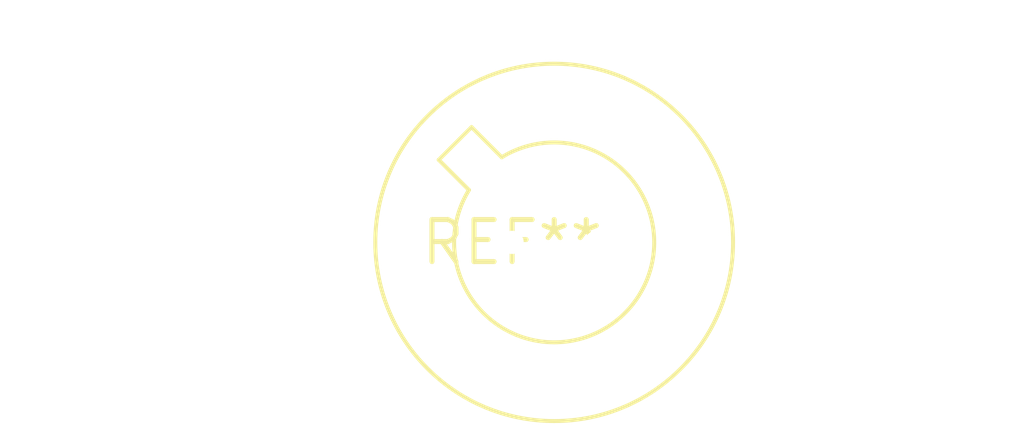
<source format=kicad_pcb>
(kicad_pcb (version 20240108) (generator pcbnew)
  (layers (0 "F.Cu" signal) (31 "B.Cu" signal) (34 "B.Paste" user) (35 "F.Paste" user) (36 "B.SilkS" user "B.Silkscreen") (37 "F.SilkS" user "F.Silkscreen") (38 "B.Mask" user) (39 "F.Mask" user) (44 "Edge.Cuts" user))
  (net 0 "")
  (footprint "Analog_TO-46-4_ThermalShield" (layer "F.Cu") (at 0 0)
    (property "Reference" "REF**")
    (property "Value" "Analog_TO-46-4_ThermalShield")
    (fp_line (start -2.214448 -2.494499) (end -1.302281 -1.582331) (layer "F.SilkS") (stroke (width 0.12)))
    (fp_line (start -1.224499 -3.484448) (end -2.214448 -2.494499) (layer "F.SilkS") (stroke (width 0.12)))
    (fp_line (start -0.312331 -2.572281) (end -1.224499 -3.484448) (layer "F.SilkS") (stroke (width 0.12)))
    (fp_arc (start -0.312331 -2.572281) (mid 3.405374 2.135551) (end -1.30215 -1.582544) (layer "F.SilkS") (stroke (width 0.12)))
    (fp_circle (center 1.27 0) (end 6.67 0) (layer "F.SilkS") (stroke (width 0.12)) (fill none))
    (pad "1" thru_hole oval (at 0 0) (size 1.6 1.2) (drill 0.7) (layers *.Cu *.Mask) (remove_unused_layers))
    (pad "2" thru_hole circle (at 1.27 1.27) (size 1.2 1.2) (drill 0.7) (layers *.Cu *.Mask) (remove_unused_layers))
    (pad "3" thru_hole circle (at 2.54 0) (size 1.2 1.2) (drill 0.7) (layers *.Cu *.Mask) (remove_unused_layers))
    (pad "4" thru_hole circle (at 1.27 -1.27) (size 1.2 1.2) (drill 0.7) (layers *.Cu *.Mask) (remove_unused_layers))
  )
)
</source>
